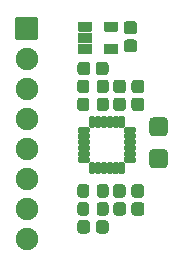
<source format=gts>
G04 #@! TF.GenerationSoftware,KiCad,Pcbnew,(5.1.12)-1*
G04 #@! TF.CreationDate,2022-10-01T18:20:28+09:00*
G04 #@! TF.ProjectId,AT,41542e6b-6963-4616-945f-706362585858,rev?*
G04 #@! TF.SameCoordinates,PX6146580PY496ed40*
G04 #@! TF.FileFunction,Soldermask,Top*
G04 #@! TF.FilePolarity,Negative*
%FSLAX46Y46*%
G04 Gerber Fmt 4.6, Leading zero omitted, Abs format (unit mm)*
G04 Created by KiCad (PCBNEW (5.1.12)-1) date 2022-10-01 18:20:28*
%MOMM*%
%LPD*%
G01*
G04 APERTURE LIST*
%ADD10O,1.900000X1.900000*%
G04 APERTURE END LIST*
G04 #@! TO.C,C6*
G36*
G01*
X10260000Y-15140000D02*
X10260000Y-14540000D01*
G75*
G02*
X10535000Y-14265000I275000J0D01*
G01*
X11085000Y-14265000D01*
G75*
G02*
X11360000Y-14540000I0J-275000D01*
G01*
X11360000Y-15140000D01*
G75*
G02*
X11085000Y-15415000I-275000J0D01*
G01*
X10535000Y-15415000D01*
G75*
G02*
X10260000Y-15140000I0J275000D01*
G01*
G37*
G36*
G01*
X8710000Y-15140000D02*
X8710000Y-14540000D01*
G75*
G02*
X8985000Y-14265000I275000J0D01*
G01*
X9535000Y-14265000D01*
G75*
G02*
X9810000Y-14540000I0J-275000D01*
G01*
X9810000Y-15140000D01*
G75*
G02*
X9535000Y-15415000I-275000J0D01*
G01*
X8985000Y-15415000D01*
G75*
G02*
X8710000Y-15140000I0J275000D01*
G01*
G37*
G04 #@! TD*
G04 #@! TO.C,D1*
G36*
G01*
X7270000Y-18186250D02*
X7270000Y-17573750D01*
G75*
G02*
X7538750Y-17305000I268750J0D01*
G01*
X8076250Y-17305000D01*
G75*
G02*
X8345000Y-17573750I0J-268750D01*
G01*
X8345000Y-18186250D01*
G75*
G02*
X8076250Y-18455000I-268750J0D01*
G01*
X7538750Y-18455000D01*
G75*
G02*
X7270000Y-18186250I0J268750D01*
G01*
G37*
G36*
G01*
X5695000Y-18186250D02*
X5695000Y-17573750D01*
G75*
G02*
X5963750Y-17305000I268750J0D01*
G01*
X6501250Y-17305000D01*
G75*
G02*
X6770000Y-17573750I0J-268750D01*
G01*
X6770000Y-18186250D01*
G75*
G02*
X6501250Y-18455000I-268750J0D01*
G01*
X5963750Y-18455000D01*
G75*
G02*
X5695000Y-18186250I0J268750D01*
G01*
G37*
G04 #@! TD*
G04 #@! TO.C,R4*
G36*
G01*
X7350000Y-15155000D02*
X7350000Y-14505000D01*
G75*
G02*
X7600000Y-14255000I250000J0D01*
G01*
X8100000Y-14255000D01*
G75*
G02*
X8350000Y-14505000I0J-250000D01*
G01*
X8350000Y-15155000D01*
G75*
G02*
X8100000Y-15405000I-250000J0D01*
G01*
X7600000Y-15405000D01*
G75*
G02*
X7350000Y-15155000I0J250000D01*
G01*
G37*
G36*
G01*
X5700000Y-15155000D02*
X5700000Y-14505000D01*
G75*
G02*
X5950000Y-14255000I250000J0D01*
G01*
X6450000Y-14255000D01*
G75*
G02*
X6700000Y-14505000I0J-250000D01*
G01*
X6700000Y-15155000D01*
G75*
G02*
X6450000Y-15405000I-250000J0D01*
G01*
X5950000Y-15405000D01*
G75*
G02*
X5700000Y-15155000I0J250000D01*
G01*
G37*
G04 #@! TD*
G04 #@! TO.C,R3*
G36*
G01*
X6695000Y-16035000D02*
X6695000Y-16685000D01*
G75*
G02*
X6445000Y-16935000I-250000J0D01*
G01*
X5945000Y-16935000D01*
G75*
G02*
X5695000Y-16685000I0J250000D01*
G01*
X5695000Y-16035000D01*
G75*
G02*
X5945000Y-15785000I250000J0D01*
G01*
X6445000Y-15785000D01*
G75*
G02*
X6695000Y-16035000I0J-250000D01*
G01*
G37*
G36*
G01*
X8345000Y-16035000D02*
X8345000Y-16685000D01*
G75*
G02*
X8095000Y-16935000I-250000J0D01*
G01*
X7595000Y-16935000D01*
G75*
G02*
X7345000Y-16685000I0J250000D01*
G01*
X7345000Y-16035000D01*
G75*
G02*
X7595000Y-15785000I250000J0D01*
G01*
X8095000Y-15785000D01*
G75*
G02*
X8345000Y-16035000I0J-250000D01*
G01*
G37*
G04 #@! TD*
G04 #@! TO.C,R2*
G36*
G01*
X7355000Y-7835000D02*
X7355000Y-7185000D01*
G75*
G02*
X7605000Y-6935000I250000J0D01*
G01*
X8105000Y-6935000D01*
G75*
G02*
X8355000Y-7185000I0J-250000D01*
G01*
X8355000Y-7835000D01*
G75*
G02*
X8105000Y-8085000I-250000J0D01*
G01*
X7605000Y-8085000D01*
G75*
G02*
X7355000Y-7835000I0J250000D01*
G01*
G37*
G36*
G01*
X5705000Y-7835000D02*
X5705000Y-7185000D01*
G75*
G02*
X5955000Y-6935000I250000J0D01*
G01*
X6455000Y-6935000D01*
G75*
G02*
X6705000Y-7185000I0J-250000D01*
G01*
X6705000Y-7835000D01*
G75*
G02*
X6455000Y-8085000I-250000J0D01*
G01*
X5955000Y-8085000D01*
G75*
G02*
X5705000Y-7835000I0J250000D01*
G01*
G37*
G04 #@! TD*
G04 #@! TO.C,R1*
G36*
G01*
X7355000Y-6315000D02*
X7355000Y-5665000D01*
G75*
G02*
X7605000Y-5415000I250000J0D01*
G01*
X8105000Y-5415000D01*
G75*
G02*
X8355000Y-5665000I0J-250000D01*
G01*
X8355000Y-6315000D01*
G75*
G02*
X8105000Y-6565000I-250000J0D01*
G01*
X7605000Y-6565000D01*
G75*
G02*
X7355000Y-6315000I0J250000D01*
G01*
G37*
G36*
G01*
X5705000Y-6315000D02*
X5705000Y-5665000D01*
G75*
G02*
X5955000Y-5415000I250000J0D01*
G01*
X6455000Y-5415000D01*
G75*
G02*
X6705000Y-5665000I0J-250000D01*
G01*
X6705000Y-6315000D01*
G75*
G02*
X6455000Y-6565000I-250000J0D01*
G01*
X5955000Y-6565000D01*
G75*
G02*
X5705000Y-6315000I0J250000D01*
G01*
G37*
G04 #@! TD*
G04 #@! TO.C,C7*
G36*
G01*
X10270000Y-7810000D02*
X10270000Y-7210000D01*
G75*
G02*
X10545000Y-6935000I275000J0D01*
G01*
X11095000Y-6935000D01*
G75*
G02*
X11370000Y-7210000I0J-275000D01*
G01*
X11370000Y-7810000D01*
G75*
G02*
X11095000Y-8085000I-275000J0D01*
G01*
X10545000Y-8085000D01*
G75*
G02*
X10270000Y-7810000I0J275000D01*
G01*
G37*
G36*
G01*
X8720000Y-7810000D02*
X8720000Y-7210000D01*
G75*
G02*
X8995000Y-6935000I275000J0D01*
G01*
X9545000Y-6935000D01*
G75*
G02*
X9820000Y-7210000I0J-275000D01*
G01*
X9820000Y-7810000D01*
G75*
G02*
X9545000Y-8085000I-275000J0D01*
G01*
X8995000Y-8085000D01*
G75*
G02*
X8720000Y-7810000I0J275000D01*
G01*
G37*
G04 #@! TD*
G04 #@! TO.C,C5*
G36*
G01*
X10500000Y-1565000D02*
X9900000Y-1565000D01*
G75*
G02*
X9625000Y-1290000I0J275000D01*
G01*
X9625000Y-740000D01*
G75*
G02*
X9900000Y-465000I275000J0D01*
G01*
X10500000Y-465000D01*
G75*
G02*
X10775000Y-740000I0J-275000D01*
G01*
X10775000Y-1290000D01*
G75*
G02*
X10500000Y-1565000I-275000J0D01*
G01*
G37*
G36*
G01*
X10500000Y-3115000D02*
X9900000Y-3115000D01*
G75*
G02*
X9625000Y-2840000I0J275000D01*
G01*
X9625000Y-2290000D01*
G75*
G02*
X9900000Y-2015000I275000J0D01*
G01*
X10500000Y-2015000D01*
G75*
G02*
X10775000Y-2290000I0J-275000D01*
G01*
X10775000Y-2840000D01*
G75*
G02*
X10500000Y-3115000I-275000J0D01*
G01*
G37*
G04 #@! TD*
G04 #@! TO.C,C4*
G36*
G01*
X9835000Y-16060000D02*
X9835000Y-16660000D01*
G75*
G02*
X9560000Y-16935000I-275000J0D01*
G01*
X9010000Y-16935000D01*
G75*
G02*
X8735000Y-16660000I0J275000D01*
G01*
X8735000Y-16060000D01*
G75*
G02*
X9010000Y-15785000I275000J0D01*
G01*
X9560000Y-15785000D01*
G75*
G02*
X9835000Y-16060000I0J-275000D01*
G01*
G37*
G36*
G01*
X11385000Y-16060000D02*
X11385000Y-16660000D01*
G75*
G02*
X11110000Y-16935000I-275000J0D01*
G01*
X10560000Y-16935000D01*
G75*
G02*
X10285000Y-16660000I0J275000D01*
G01*
X10285000Y-16060000D01*
G75*
G02*
X10560000Y-15785000I275000J0D01*
G01*
X11110000Y-15785000D01*
G75*
G02*
X11385000Y-16060000I0J-275000D01*
G01*
G37*
G04 #@! TD*
G04 #@! TO.C,C3*
G36*
G01*
X10275000Y-6290000D02*
X10275000Y-5690000D01*
G75*
G02*
X10550000Y-5415000I275000J0D01*
G01*
X11100000Y-5415000D01*
G75*
G02*
X11375000Y-5690000I0J-275000D01*
G01*
X11375000Y-6290000D01*
G75*
G02*
X11100000Y-6565000I-275000J0D01*
G01*
X10550000Y-6565000D01*
G75*
G02*
X10275000Y-6290000I0J275000D01*
G01*
G37*
G36*
G01*
X8725000Y-6290000D02*
X8725000Y-5690000D01*
G75*
G02*
X9000000Y-5415000I275000J0D01*
G01*
X9550000Y-5415000D01*
G75*
G02*
X9825000Y-5690000I0J-275000D01*
G01*
X9825000Y-6290000D01*
G75*
G02*
X9550000Y-6565000I-275000J0D01*
G01*
X9000000Y-6565000D01*
G75*
G02*
X8725000Y-6290000I0J275000D01*
G01*
G37*
G04 #@! TD*
G04 #@! TO.C,C1*
G36*
G01*
X7255000Y-4770000D02*
X7255000Y-4170000D01*
G75*
G02*
X7530000Y-3895000I275000J0D01*
G01*
X8080000Y-3895000D01*
G75*
G02*
X8355000Y-4170000I0J-275000D01*
G01*
X8355000Y-4770000D01*
G75*
G02*
X8080000Y-5045000I-275000J0D01*
G01*
X7530000Y-5045000D01*
G75*
G02*
X7255000Y-4770000I0J275000D01*
G01*
G37*
G36*
G01*
X5705000Y-4770000D02*
X5705000Y-4170000D01*
G75*
G02*
X5980000Y-3895000I275000J0D01*
G01*
X6530000Y-3895000D01*
G75*
G02*
X6805000Y-4170000I0J-275000D01*
G01*
X6805000Y-4770000D01*
G75*
G02*
X6530000Y-5045000I-275000J0D01*
G01*
X5980000Y-5045000D01*
G75*
G02*
X5705000Y-4770000I0J275000D01*
G01*
G37*
G04 #@! TD*
G04 #@! TO.C,C2*
G36*
G01*
X13067965Y-10210000D02*
X12092035Y-10210000D01*
G75*
G02*
X11805000Y-9922965I0J287035D01*
G01*
X11805000Y-8897035D01*
G75*
G02*
X12092035Y-8610000I287035J0D01*
G01*
X13067965Y-8610000D01*
G75*
G02*
X13355000Y-8897035I0J-287035D01*
G01*
X13355000Y-9922965D01*
G75*
G02*
X13067965Y-10210000I-287035J0D01*
G01*
G37*
G36*
G01*
X13067965Y-12910000D02*
X12092035Y-12910000D01*
G75*
G02*
X11805000Y-12622965I0J287035D01*
G01*
X11805000Y-11597035D01*
G75*
G02*
X12092035Y-11310000I287035J0D01*
G01*
X13067965Y-11310000D01*
G75*
G02*
X13355000Y-11597035I0J-287035D01*
G01*
X13355000Y-12622965D01*
G75*
G02*
X13067965Y-12910000I-287035J0D01*
G01*
G37*
G04 #@! TD*
D10*
G04 #@! TO.C,J1*
X1400000Y-18880000D03*
X1400000Y-16340000D03*
X1400000Y-13800000D03*
X1400000Y-11260000D03*
X1400000Y-8720000D03*
X1400000Y-6180000D03*
X1400000Y-3640000D03*
G36*
G01*
X2350000Y-250000D02*
X2350000Y-1950000D01*
G75*
G02*
X2250000Y-2050000I-100000J0D01*
G01*
X550000Y-2050000D01*
G75*
G02*
X450000Y-1950000I0J100000D01*
G01*
X450000Y-250000D01*
G75*
G02*
X550000Y-150000I100000J0D01*
G01*
X2250000Y-150000D01*
G75*
G02*
X2350000Y-250000I0J-100000D01*
G01*
G37*
G04 #@! TD*
G04 #@! TO.C,U2*
G36*
G01*
X7075000Y-9525000D02*
X6825000Y-9525000D01*
G75*
G02*
X6700000Y-9400000I0J125000D01*
G01*
X6700000Y-8600000D01*
G75*
G02*
X6825000Y-8475000I125000J0D01*
G01*
X7075000Y-8475000D01*
G75*
G02*
X7200000Y-8600000I0J-125000D01*
G01*
X7200000Y-9400000D01*
G75*
G02*
X7075000Y-9525000I-125000J0D01*
G01*
G37*
G36*
G01*
X7575000Y-9525000D02*
X7325000Y-9525000D01*
G75*
G02*
X7200000Y-9400000I0J125000D01*
G01*
X7200000Y-8600000D01*
G75*
G02*
X7325000Y-8475000I125000J0D01*
G01*
X7575000Y-8475000D01*
G75*
G02*
X7700000Y-8600000I0J-125000D01*
G01*
X7700000Y-9400000D01*
G75*
G02*
X7575000Y-9525000I-125000J0D01*
G01*
G37*
G36*
G01*
X8075000Y-9525000D02*
X7825000Y-9525000D01*
G75*
G02*
X7700000Y-9400000I0J125000D01*
G01*
X7700000Y-8600000D01*
G75*
G02*
X7825000Y-8475000I125000J0D01*
G01*
X8075000Y-8475000D01*
G75*
G02*
X8200000Y-8600000I0J-125000D01*
G01*
X8200000Y-9400000D01*
G75*
G02*
X8075000Y-9525000I-125000J0D01*
G01*
G37*
G36*
G01*
X8575000Y-9525000D02*
X8325000Y-9525000D01*
G75*
G02*
X8200000Y-9400000I0J125000D01*
G01*
X8200000Y-8600000D01*
G75*
G02*
X8325000Y-8475000I125000J0D01*
G01*
X8575000Y-8475000D01*
G75*
G02*
X8700000Y-8600000I0J-125000D01*
G01*
X8700000Y-9400000D01*
G75*
G02*
X8575000Y-9525000I-125000J0D01*
G01*
G37*
G36*
G01*
X9075000Y-9525000D02*
X8825000Y-9525000D01*
G75*
G02*
X8700000Y-9400000I0J125000D01*
G01*
X8700000Y-8600000D01*
G75*
G02*
X8825000Y-8475000I125000J0D01*
G01*
X9075000Y-8475000D01*
G75*
G02*
X9200000Y-8600000I0J-125000D01*
G01*
X9200000Y-9400000D01*
G75*
G02*
X9075000Y-9525000I-125000J0D01*
G01*
G37*
G36*
G01*
X9575000Y-9525000D02*
X9325000Y-9525000D01*
G75*
G02*
X9200000Y-9400000I0J125000D01*
G01*
X9200000Y-8600000D01*
G75*
G02*
X9325000Y-8475000I125000J0D01*
G01*
X9575000Y-8475000D01*
G75*
G02*
X9700000Y-8600000I0J-125000D01*
G01*
X9700000Y-9400000D01*
G75*
G02*
X9575000Y-9525000I-125000J0D01*
G01*
G37*
G36*
G01*
X9625000Y-9825000D02*
X9625000Y-9575000D01*
G75*
G02*
X9750000Y-9450000I125000J0D01*
G01*
X10550000Y-9450000D01*
G75*
G02*
X10675000Y-9575000I0J-125000D01*
G01*
X10675000Y-9825000D01*
G75*
G02*
X10550000Y-9950000I-125000J0D01*
G01*
X9750000Y-9950000D01*
G75*
G02*
X9625000Y-9825000I0J125000D01*
G01*
G37*
G36*
G01*
X9625000Y-10325000D02*
X9625000Y-10075000D01*
G75*
G02*
X9750000Y-9950000I125000J0D01*
G01*
X10550000Y-9950000D01*
G75*
G02*
X10675000Y-10075000I0J-125000D01*
G01*
X10675000Y-10325000D01*
G75*
G02*
X10550000Y-10450000I-125000J0D01*
G01*
X9750000Y-10450000D01*
G75*
G02*
X9625000Y-10325000I0J125000D01*
G01*
G37*
G36*
G01*
X9625000Y-10825000D02*
X9625000Y-10575000D01*
G75*
G02*
X9750000Y-10450000I125000J0D01*
G01*
X10550000Y-10450000D01*
G75*
G02*
X10675000Y-10575000I0J-125000D01*
G01*
X10675000Y-10825000D01*
G75*
G02*
X10550000Y-10950000I-125000J0D01*
G01*
X9750000Y-10950000D01*
G75*
G02*
X9625000Y-10825000I0J125000D01*
G01*
G37*
G36*
G01*
X9625000Y-11325000D02*
X9625000Y-11075000D01*
G75*
G02*
X9750000Y-10950000I125000J0D01*
G01*
X10550000Y-10950000D01*
G75*
G02*
X10675000Y-11075000I0J-125000D01*
G01*
X10675000Y-11325000D01*
G75*
G02*
X10550000Y-11450000I-125000J0D01*
G01*
X9750000Y-11450000D01*
G75*
G02*
X9625000Y-11325000I0J125000D01*
G01*
G37*
G36*
G01*
X9625000Y-11825000D02*
X9625000Y-11575000D01*
G75*
G02*
X9750000Y-11450000I125000J0D01*
G01*
X10550000Y-11450000D01*
G75*
G02*
X10675000Y-11575000I0J-125000D01*
G01*
X10675000Y-11825000D01*
G75*
G02*
X10550000Y-11950000I-125000J0D01*
G01*
X9750000Y-11950000D01*
G75*
G02*
X9625000Y-11825000I0J125000D01*
G01*
G37*
G36*
G01*
X9625000Y-12325000D02*
X9625000Y-12075000D01*
G75*
G02*
X9750000Y-11950000I125000J0D01*
G01*
X10550000Y-11950000D01*
G75*
G02*
X10675000Y-12075000I0J-125000D01*
G01*
X10675000Y-12325000D01*
G75*
G02*
X10550000Y-12450000I-125000J0D01*
G01*
X9750000Y-12450000D01*
G75*
G02*
X9625000Y-12325000I0J125000D01*
G01*
G37*
G36*
G01*
X9575000Y-13425000D02*
X9325000Y-13425000D01*
G75*
G02*
X9200000Y-13300000I0J125000D01*
G01*
X9200000Y-12500000D01*
G75*
G02*
X9325000Y-12375000I125000J0D01*
G01*
X9575000Y-12375000D01*
G75*
G02*
X9700000Y-12500000I0J-125000D01*
G01*
X9700000Y-13300000D01*
G75*
G02*
X9575000Y-13425000I-125000J0D01*
G01*
G37*
G36*
G01*
X9075000Y-13425000D02*
X8825000Y-13425000D01*
G75*
G02*
X8700000Y-13300000I0J125000D01*
G01*
X8700000Y-12500000D01*
G75*
G02*
X8825000Y-12375000I125000J0D01*
G01*
X9075000Y-12375000D01*
G75*
G02*
X9200000Y-12500000I0J-125000D01*
G01*
X9200000Y-13300000D01*
G75*
G02*
X9075000Y-13425000I-125000J0D01*
G01*
G37*
G36*
G01*
X8575000Y-13425000D02*
X8325000Y-13425000D01*
G75*
G02*
X8200000Y-13300000I0J125000D01*
G01*
X8200000Y-12500000D01*
G75*
G02*
X8325000Y-12375000I125000J0D01*
G01*
X8575000Y-12375000D01*
G75*
G02*
X8700000Y-12500000I0J-125000D01*
G01*
X8700000Y-13300000D01*
G75*
G02*
X8575000Y-13425000I-125000J0D01*
G01*
G37*
G36*
G01*
X8075000Y-13425000D02*
X7825000Y-13425000D01*
G75*
G02*
X7700000Y-13300000I0J125000D01*
G01*
X7700000Y-12500000D01*
G75*
G02*
X7825000Y-12375000I125000J0D01*
G01*
X8075000Y-12375000D01*
G75*
G02*
X8200000Y-12500000I0J-125000D01*
G01*
X8200000Y-13300000D01*
G75*
G02*
X8075000Y-13425000I-125000J0D01*
G01*
G37*
G36*
G01*
X7575000Y-13425000D02*
X7325000Y-13425000D01*
G75*
G02*
X7200000Y-13300000I0J125000D01*
G01*
X7200000Y-12500000D01*
G75*
G02*
X7325000Y-12375000I125000J0D01*
G01*
X7575000Y-12375000D01*
G75*
G02*
X7700000Y-12500000I0J-125000D01*
G01*
X7700000Y-13300000D01*
G75*
G02*
X7575000Y-13425000I-125000J0D01*
G01*
G37*
G36*
G01*
X7075000Y-13425000D02*
X6825000Y-13425000D01*
G75*
G02*
X6700000Y-13300000I0J125000D01*
G01*
X6700000Y-12500000D01*
G75*
G02*
X6825000Y-12375000I125000J0D01*
G01*
X7075000Y-12375000D01*
G75*
G02*
X7200000Y-12500000I0J-125000D01*
G01*
X7200000Y-13300000D01*
G75*
G02*
X7075000Y-13425000I-125000J0D01*
G01*
G37*
G36*
G01*
X5725000Y-12325000D02*
X5725000Y-12075000D01*
G75*
G02*
X5850000Y-11950000I125000J0D01*
G01*
X6650000Y-11950000D01*
G75*
G02*
X6775000Y-12075000I0J-125000D01*
G01*
X6775000Y-12325000D01*
G75*
G02*
X6650000Y-12450000I-125000J0D01*
G01*
X5850000Y-12450000D01*
G75*
G02*
X5725000Y-12325000I0J125000D01*
G01*
G37*
G36*
G01*
X5725000Y-11825000D02*
X5725000Y-11575000D01*
G75*
G02*
X5850000Y-11450000I125000J0D01*
G01*
X6650000Y-11450000D01*
G75*
G02*
X6775000Y-11575000I0J-125000D01*
G01*
X6775000Y-11825000D01*
G75*
G02*
X6650000Y-11950000I-125000J0D01*
G01*
X5850000Y-11950000D01*
G75*
G02*
X5725000Y-11825000I0J125000D01*
G01*
G37*
G36*
G01*
X5725000Y-11325000D02*
X5725000Y-11075000D01*
G75*
G02*
X5850000Y-10950000I125000J0D01*
G01*
X6650000Y-10950000D01*
G75*
G02*
X6775000Y-11075000I0J-125000D01*
G01*
X6775000Y-11325000D01*
G75*
G02*
X6650000Y-11450000I-125000J0D01*
G01*
X5850000Y-11450000D01*
G75*
G02*
X5725000Y-11325000I0J125000D01*
G01*
G37*
G36*
G01*
X5725000Y-10825000D02*
X5725000Y-10575000D01*
G75*
G02*
X5850000Y-10450000I125000J0D01*
G01*
X6650000Y-10450000D01*
G75*
G02*
X6775000Y-10575000I0J-125000D01*
G01*
X6775000Y-10825000D01*
G75*
G02*
X6650000Y-10950000I-125000J0D01*
G01*
X5850000Y-10950000D01*
G75*
G02*
X5725000Y-10825000I0J125000D01*
G01*
G37*
G36*
G01*
X5725000Y-10325000D02*
X5725000Y-10075000D01*
G75*
G02*
X5850000Y-9950000I125000J0D01*
G01*
X6650000Y-9950000D01*
G75*
G02*
X6775000Y-10075000I0J-125000D01*
G01*
X6775000Y-10325000D01*
G75*
G02*
X6650000Y-10450000I-125000J0D01*
G01*
X5850000Y-10450000D01*
G75*
G02*
X5725000Y-10325000I0J125000D01*
G01*
G37*
G36*
G01*
X5725000Y-9825000D02*
X5725000Y-9575000D01*
G75*
G02*
X5850000Y-9450000I125000J0D01*
G01*
X6650000Y-9450000D01*
G75*
G02*
X6775000Y-9575000I0J-125000D01*
G01*
X6775000Y-9825000D01*
G75*
G02*
X6650000Y-9950000I-125000J0D01*
G01*
X5850000Y-9950000D01*
G75*
G02*
X5725000Y-9825000I0J125000D01*
G01*
G37*
G04 #@! TD*
G04 #@! TO.C,U1*
G36*
G01*
X7920000Y-1255000D02*
X7920000Y-605000D01*
G75*
G02*
X8020000Y-505000I100000J0D01*
G01*
X9080000Y-505000D01*
G75*
G02*
X9180000Y-605000I0J-100000D01*
G01*
X9180000Y-1255000D01*
G75*
G02*
X9080000Y-1355000I-100000J0D01*
G01*
X8020000Y-1355000D01*
G75*
G02*
X7920000Y-1255000I0J100000D01*
G01*
G37*
G36*
G01*
X7920000Y-3155000D02*
X7920000Y-2505000D01*
G75*
G02*
X8020000Y-2405000I100000J0D01*
G01*
X9080000Y-2405000D01*
G75*
G02*
X9180000Y-2505000I0J-100000D01*
G01*
X9180000Y-3155000D01*
G75*
G02*
X9080000Y-3255000I-100000J0D01*
G01*
X8020000Y-3255000D01*
G75*
G02*
X7920000Y-3155000I0J100000D01*
G01*
G37*
G36*
G01*
X5720000Y-3155000D02*
X5720000Y-2505000D01*
G75*
G02*
X5820000Y-2405000I100000J0D01*
G01*
X6880000Y-2405000D01*
G75*
G02*
X6980000Y-2505000I0J-100000D01*
G01*
X6980000Y-3155000D01*
G75*
G02*
X6880000Y-3255000I-100000J0D01*
G01*
X5820000Y-3255000D01*
G75*
G02*
X5720000Y-3155000I0J100000D01*
G01*
G37*
G36*
G01*
X5720000Y-2205000D02*
X5720000Y-1555000D01*
G75*
G02*
X5820000Y-1455000I100000J0D01*
G01*
X6880000Y-1455000D01*
G75*
G02*
X6980000Y-1555000I0J-100000D01*
G01*
X6980000Y-2205000D01*
G75*
G02*
X6880000Y-2305000I-100000J0D01*
G01*
X5820000Y-2305000D01*
G75*
G02*
X5720000Y-2205000I0J100000D01*
G01*
G37*
G36*
G01*
X5720000Y-1255000D02*
X5720000Y-605000D01*
G75*
G02*
X5820000Y-505000I100000J0D01*
G01*
X6880000Y-505000D01*
G75*
G02*
X6980000Y-605000I0J-100000D01*
G01*
X6980000Y-1255000D01*
G75*
G02*
X6880000Y-1355000I-100000J0D01*
G01*
X5820000Y-1355000D01*
G75*
G02*
X5720000Y-1255000I0J100000D01*
G01*
G37*
G04 #@! TD*
M02*

</source>
